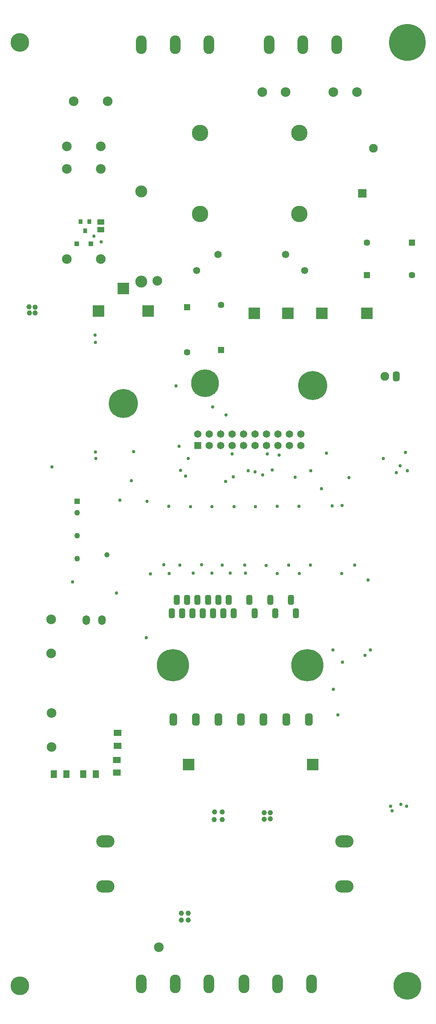
<source format=gbs>
%FSTAX23Y23*%
%MOIN*%
%SFA1B1*%

%IPPOS*%
%AMD50*
4,1,8,0.032500,-0.034400,0.032500,0.034400,0.014800,0.052200,-0.014800,0.052200,-0.032500,0.034400,-0.032500,-0.034400,-0.014800,-0.052200,0.014800,-0.052200,0.032500,-0.034400,0.0*
1,1,0.035433,0.014800,-0.034400*
1,1,0.035433,0.014800,0.034400*
1,1,0.035433,-0.014800,0.034400*
1,1,0.035433,-0.014800,-0.034400*
%
%AMD51*
4,1,8,0.026600,-0.027600,0.026600,0.027600,0.011800,0.042300,-0.011800,0.042300,-0.026600,0.027600,-0.026600,-0.027600,-0.011800,-0.042300,0.011800,-0.042300,0.026600,-0.027600,0.0*
1,1,0.029528,0.011800,-0.027600*
1,1,0.029528,0.011800,0.027600*
1,1,0.029528,-0.011800,0.027600*
1,1,0.029528,-0.011800,-0.027600*
%
%AMD57*
4,1,8,0.028500,-0.026600,0.028500,0.026600,0.012800,0.042300,-0.012800,0.042300,-0.028500,0.026600,-0.028500,-0.026600,-0.012800,-0.042300,0.012800,-0.042300,0.028500,-0.026600,0.0*
1,1,0.031496,0.012800,-0.026600*
1,1,0.031496,0.012800,0.026600*
1,1,0.031496,-0.012800,0.026600*
1,1,0.031496,-0.012800,-0.026600*
%
%ADD26R,0.059055X0.051181*%
%ADD28R,0.053150X0.070866*%
%ADD38R,0.064960X0.064960*%
%ADD39C,0.064960*%
%ADD40C,0.084645*%
%ADD41C,0.076771*%
%ADD42R,0.076771X0.076771*%
%ADD43C,0.253937*%
%ADD44R,0.100393X0.100393*%
%ADD45R,0.104330X0.104330*%
%ADD46C,0.057087*%
%ADD47R,0.057087X0.057087*%
%ADD48O,0.092520X0.163386*%
%ADD49C,0.281496*%
G04~CAMADD=50~8~0.0~0.0~1043.3~649.6~177.2~0.0~15~0.0~0.0~0.0~0.0~0~0.0~0.0~0.0~0.0~0~0.0~0.0~0.0~270.0~650.0~1044.0*
%ADD50D50*%
G04~CAMADD=51~8~0.0~0.0~846.5~531.5~147.6~0.0~15~0.0~0.0~0.0~0.0~0~0.0~0.0~0.0~0.0~0~0.0~0.0~0.0~270.0~532.0~846.0*
%ADD51D51*%
%ADD52R,0.057087X0.057087*%
%ADD53C,0.062008*%
%ADD54C,0.050000*%
%ADD55R,0.050000X0.050000*%
%ADD56C,0.143701*%
G04~CAMADD=57~8~0.0~0.0~846.5~570.9~157.5~0.0~15~0.0~0.0~0.0~0.0~0~0.0~0.0~0.0~0.0~0~0.0~0.0~0.0~270.0~571.0~846.0*
%ADD57D57*%
%ADD58O,0.159448X0.108268*%
%ADD59C,0.242126*%
%ADD60C,0.320866*%
%ADD61C,0.163386*%
%ADD62O,0.064960X0.084645*%
%ADD63C,0.104330*%
%ADD64C,0.029527*%
%ADD65C,0.045275*%
%ADD120R,0.070866X0.053150*%
%ADD121R,0.037401X0.041339*%
%ADD122R,0.041339X0.043307*%
%LNservo_pwr-1*%
%LPD*%
G54D26*
X00433Y06703D03*
Y06634D03*
G54D28*
X00389Y01885D03*
X00279D03*
X00133D03*
X00023D03*
G54D38*
X01279Y04752D03*
G54D39*
X01379Y04752D03*
X01479D03*
X01579D03*
X01679D03*
X01779D03*
X01879D03*
X01979D03*
X02079D03*
X02179D03*
Y04852D03*
X02079D03*
X01979D03*
X01879D03*
X01779D03*
X01679D03*
X01579D03*
X01479D03*
X01379D03*
X01279D03*
X02047Y06417D03*
X01456D03*
G54D40*
X0094Y00374D03*
X00925Y06188D03*
X00433Y07165D03*
Y07362D03*
X00137D03*
Y07165D03*
Y06377D03*
X00433D03*
X00001Y02123D03*
Y02418D03*
X0Y0294D03*
Y03236D03*
X01842Y07834D03*
X02047D03*
X02669D03*
X02464D03*
X00492Y07755D03*
X00196D03*
G54D41*
X02814Y07346D03*
X02913Y05354D03*
G54D42*
X02716Y06952D03*
G54D43*
X02283Y05275D03*
X00629Y05118D03*
G54D44*
X02755Y05905D03*
X02362D03*
X02066D03*
X01771D03*
G54D45*
X00413Y05925D03*
X00629Y06122D03*
X00846Y05925D03*
X012Y01968D03*
X02283D03*
G54D46*
X01185Y05566D03*
X03149Y0624D03*
X02755Y06523D03*
X01484Y0598D03*
G54D47*
X01185Y0596D03*
X01484Y05586D03*
G54D48*
X02492Y08248D03*
X02196D03*
X01901D03*
X01377D03*
X01082D03*
X00787D03*
X01377Y00055D03*
X01082D03*
X00787D03*
X02271D03*
X01976D03*
X01681D03*
G54D49*
X01062Y02834D03*
X02236D03*
G54D50*
X02248Y02362D03*
X02051D03*
X01854D03*
X01657D03*
X0146D03*
X01263D03*
X01066D03*
G54D51*
X01051Y03287D03*
X01096Y03405D03*
X01141Y03287D03*
X01187Y03405D03*
X01232Y03287D03*
X01277Y03405D03*
X01322Y03287D03*
X01368Y03405D03*
X01413Y03287D03*
X01458Y03405D03*
X01503Y03287D03*
X01549Y03405D03*
X01594Y03287D03*
X0173Y03405D03*
X01775Y03287D03*
X01911Y03405D03*
X01956Y03287D03*
X02092Y03405D03*
X02137Y03287D03*
G54D52*
X02755Y0624D03*
X03149Y06523D03*
G54D53*
X01269Y06279D03*
X02214D03*
G54D54*
X00226Y03764D03*
Y03964D03*
Y04164D03*
G54D55*
X00226Y04264D03*
G54D56*
X02165Y06771D03*
X01299D03*
X02165Y0748D03*
X01299D03*
G54D57*
X03011Y05354D03*
G54D58*
X02559Y00905D03*
Y01299D03*
X00472Y00905D03*
Y01299D03*
G54D59*
X0311Y00039D03*
X01342Y05295D03*
G54D60*
X0311Y08267D03*
G54D61*
X-00275Y08267D03*
Y00039D03*
G54D62*
X00305Y03228D03*
X00442D03*
G54D63*
X00787Y06181D03*
Y06968D03*
G54D64*
X01029Y03634D03*
X00866Y03633D03*
X01885Y04677D03*
X01578D03*
X03047Y04574D03*
X01409Y0509D03*
X03094Y04692D03*
X0311Y04531D03*
X03102Y01606D03*
X03051Y01622D03*
X02976Y01566D03*
X02358Y04374D03*
X00598Y04275D03*
X02598Y04472D03*
X02129Y04476D03*
X02401Y04685D03*
X01988Y04669D03*
X02267Y04531D03*
X01929Y04539D03*
X01846Y04496D03*
X007Y04444D03*
X01779Y04521D03*
X01523Y0444D03*
X01527Y05019D03*
X0159Y0448D03*
X01173Y04484D03*
X01129Y04535D03*
X0172Y04531D03*
X03011Y04515D03*
X02964Y01606D03*
X02898Y04637D03*
X02503Y02401D03*
X0109Y05271D03*
X00384Y05715D03*
X00385Y05651D03*
X00386Y04694D03*
X00006Y04564D03*
X00187Y03561D03*
X02164Y04221D03*
X01973D03*
X01784Y0422D03*
X01597Y04219D03*
X01404Y0422D03*
X01215D03*
X01025Y04221D03*
X02453Y04225D03*
X0254Y04229D03*
X00837Y04266D03*
X00389Y04638D03*
X01195Y04639D03*
X00718Y04699D03*
X00372Y0658D03*
X00436Y06528D03*
X01115Y04745D03*
X00981Y03712D03*
X01122Y03708D03*
X01312Y03711D03*
X01494Y03708D03*
X01689D03*
X01875Y03705D03*
X02071Y03708D03*
X02263Y03707D03*
X01239Y0364D03*
X01401Y03637D03*
X01696Y03638D03*
X01564Y03639D03*
X01971Y03635D03*
X02167Y03634D03*
X02535Y03635D03*
X02543Y02862D03*
X0274Y02921D03*
X02767Y03578D03*
X02649Y03708D03*
X02787Y02968D03*
X0246D03*
X02462Y02624D03*
X0057Y03464D03*
X0083Y03074D03*
G54D65*
X-0019Y05909D03*
X-00193Y05962D03*
X-0014Y0591D03*
Y0596D03*
X00486Y03799D03*
X01421Y01488D03*
X01858Y01492D03*
X01913Y01496D03*
Y01547D03*
X01858D03*
X01492Y01488D03*
Y01555D03*
X01425D03*
X01195Y00613D03*
X01136D03*
X01195Y00672D03*
X01137Y00673D03*
G54D120*
X00578Y02244D03*
Y02133D03*
X00574Y02007D03*
Y01897D03*
G54D121*
X00295Y06625D03*
X00332Y06704D03*
X00257D03*
G54D122*
X00221Y06511D03*
X00345D03*
M02*
</source>
